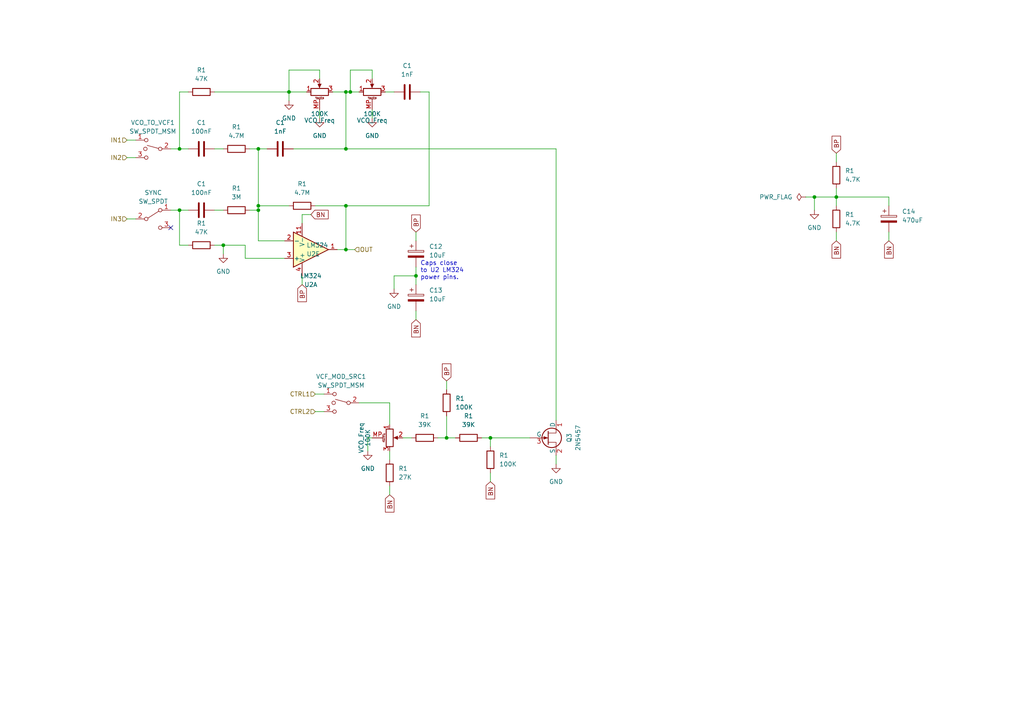
<source format=kicad_sch>
(kicad_sch (version 20230121) (generator eeschema)
  (paper "A4")
  (lib_symbols
    (symbol "Amplifier_Operational:LM324" (pin_names (offset 0.127))
      (property "Reference" "U" (at 0 5.08 0))
      (property "Value" "LM324" (at 0 -5.08 0))
      (symbol "LM324_1_1"
        (polyline (pts (xy -5.08 5.08) (xy 5.08 0) (xy -5.08 -5.08) (xy -5.08 5.08)) (stroke (width 0.254)) (fill (type background)))
        (pin output line (at 7.62 0 180) (length 2.54) (name "~") (number "1"))
        (pin input line (at -7.62 -2.54 0) (length 2.54) (name "-") (number "2"))
        (pin input line (at -7.62 2.54 0) (length 2.54) (name "+") (number "3"))
      )
      (symbol "LM324_2_1"
        (polyline (pts (xy -5.08 5.08) (xy 5.08 0) (xy -5.08 -5.08) (xy -5.08 5.08)) (stroke (width 0.254)) (fill (type background)))
        (pin input line (at -7.62 2.54 0) (length 2.54) (name "+") (number "5"))
        (pin input line (at -7.62 -2.54 0) (length 2.54) (name "-") (number "6"))
        (pin output line (at 7.62 0 180) (length 2.54) (name "~") (number "7"))
      )
      (symbol "LM324_3_1"
        (polyline (pts (xy -5.08 5.08) (xy 5.08 0) (xy -5.08 -5.08) (xy -5.08 5.08)) (stroke (width 0.254)) (fill (type background)))
        (pin input line (at -7.62 2.54 0) (length 2.54) (name "+") (number "10"))
        (pin output line (at 7.62 0 180) (length 2.54) (name "~") (number "8"))
        (pin input line (at -7.62 -2.54 0) (length 2.54) (name "-") (number "9"))
      )
      (symbol "LM324_4_1"
        (polyline (pts (xy -5.08 5.08) (xy 5.08 0) (xy -5.08 -5.08) (xy -5.08 5.08)) (stroke (width 0.254)) (fill (type background)))
        (pin input line (at -7.62 2.54 0) (length 2.54) (name "+") (number "12"))
        (pin input line (at -7.62 -2.54 0) (length 2.54) (name "-") (number "13"))
        (pin output line (at 7.62 0 180) (length 2.54) (name "~") (number "14"))
      )
      (symbol "LM324_5_1"
        (pin power_in line (at -2.54 -7.62 90) (length 3.81) (name "V-") (number "11"))
        (pin power_in line (at -2.54 7.62 270) (length 3.81) (name "V+") (number "4"))
      )
    )
    (symbol "Device:C" (pin_numbers hide) (pin_names (offset 0.254))
      (property "Reference" "C" (at 0.635 2.54 0))
      (property "Value" "C" (at 0.635 -2.54 0))
      (symbol "C_0_1"
        (polyline (pts (xy -2.032 -0.762) (xy 2.032 -0.762)) (stroke (width 0.508)))
        (polyline (pts (xy -2.032 0.762) (xy 2.032 0.762)) (stroke (width 0.508)))
      )
      (symbol "C_1_1"
        (pin passive line (at 0 3.81 270) (length 2.794) (name "~") (number "1"))
        (pin passive line (at 0 -3.81 90) (length 2.794) (name "~") (number "2"))
      )
    )
    (symbol "Device:C_Polarized" (pin_numbers hide) (pin_names (offset 0.254))
      (property "Reference" "C" (at 0.635 2.54 0))
      (property "Value" "C_Polarized" (at 0.635 -2.54 0))
      (symbol "C_Polarized_0_1"
        (rectangle (start -2.286 0.508) (end 2.286 1.016))
        (polyline (pts (xy -1.778 2.286) (xy -0.762 2.286)))
        (polyline (pts (xy -1.27 2.794) (xy -1.27 1.778)))
        (rectangle (start 2.286 -0.508) (end -2.286 -1.016) (fill (type outline)))
      )
      (symbol "C_Polarized_1_1"
        (pin passive line (at 0 3.81 270) (length 2.794) (name "~") (number "1"))
        (pin passive line (at 0 -3.81 90) (length 2.794) (name "~") (number "2"))
      )
    )
    (symbol "Device:Q_NJFET_DSG" (pin_names (offset 0))
      (property "Reference" "Q" (at 5.08 1.27 0))
      (property "Value" "Q_NJFET_DSG" (at 5.08 -1.27 0))
      (symbol "Q_NJFET_DSG_0_1"
        (polyline (pts (xy 0.254 1.905) (xy 0.254 -1.905) (xy 0.254 -1.905)) (stroke (width 0.254)))
        (polyline (pts (xy 2.54 -2.54) (xy 2.54 -1.27) (xy 0.254 -1.27)))
        (polyline (pts (xy 2.54 2.54) (xy 2.54 1.397) (xy 0.254 1.397)))
        (polyline (pts (xy 0 0) (xy -1.016 0.381) (xy -1.016 -0.381) (xy 0 0)) (fill (type outline)))
        (circle (center 1.27 0) (radius 2.8194) (stroke (width 0.254)))
      )
      (symbol "Q_NJFET_DSG_1_1"
        (pin passive line (at 2.54 5.08 270) (length 2.54) (name "D") (number "1"))
        (pin passive line (at 2.54 -5.08 90) (length 2.54) (name "S") (number "2"))
        (pin input line (at -5.08 0 0) (length 5.334) (name "G") (number "3"))
      )
    )
    (symbol "Device:R" (pin_numbers hide) (pin_names (offset 0))
      (property "Reference" "R" (at 2.032 0 90))
      (property "Value" "R" (at 0 0 90))
      (symbol "R_0_1"
        (rectangle (start -1.016 -2.54) (end 1.016 2.54) (stroke (width 0.254)))
      )
      (symbol "R_1_1"
        (pin passive line (at 0 3.81 270) (length 1.27) (name "~") (number "1"))
        (pin passive line (at 0 -3.81 90) (length 1.27) (name "~") (number "2"))
      )
    )
    (symbol "Device:R_Potentiometer_MountingPin" (pin_names (offset 1.016) hide)
      (property "Reference" "RV" (at -8.255 0 90))
      (property "Value" "R_Potentiometer_MountingPin" (at -6.35 0 90))
      (symbol "R_Potentiometer_MountingPin_0_1"
        (polyline (pts (xy 2.54 0) (xy 1.524 0)))
        (polyline (pts (xy 1.143 0) (xy 2.286 0.508) (xy 2.286 -0.508)) (fill (type outline)))
        (rectangle (start 1.016 2.54) (end -1.016 -2.54) (stroke (width 0.254)))
      )
      (symbol "R_Potentiometer_MountingPin_1_1"
        (polyline (pts (xy -2.032 1.016) (xy -2.032 -1.016)) (stroke (width 0.1524)))
        (text "Mounting" (at -1.651 0 900) (effects (font (size 0.381 0.381))))
        (pin passive line (at 0 3.81 270) (length 1.27) (name "1") (number "1"))
        (pin passive line (at 3.81 0 180) (length 1.27) (name "2") (number "2"))
        (pin passive line (at 0 -3.81 90) (length 1.27) (name "3") (number "3"))
        (pin passive line (at -5.08 0 0) (length 3.048) (name "MountPin") (number "MP"))
      )
    )
    (symbol "Switch:SW_SPDT" (pin_names (offset 0) hide)
      (property "Reference" "SW" (at 0 4.318 0))
      (property "Value" "SW_SPDT" (at 0 -5.08 0))
      (symbol "SW_SPDT_0_0"
        (circle (center -2.032 0) (radius 0.508))
        (circle (center 2.032 -2.54) (radius 0.508))
      )
      (symbol "SW_SPDT_0_1"
        (polyline (pts (xy -1.524 0.254) (xy 1.651 2.286)))
        (circle (center 2.032 2.54) (radius 0.508))
      )
      (symbol "SW_SPDT_1_1"
        (pin passive line (at 5.08 2.54 180) (length 2.54) (name "A") (number "1"))
        (pin passive line (at -5.08 0 0) (length 2.54) (name "B") (number "2"))
        (pin passive line (at 5.08 -2.54 180) (length 2.54) (name "C") (number "3"))
      )
    )
    (symbol "Switch:SW_SPDT_MSM" (pin_names (offset 0) hide)
      (property "Reference" "SW" (at 0 5.08 0))
      (property "Value" "SW_SPDT_MSM" (at 0 -5.08 0))
      (symbol "SW_SPDT_MSM_0_0"
        (circle (center -2.032 0) (radius 0.508))
        (polyline (pts (xy -1.524 0.127) (xy 1.778 1.016)))
        (circle (center 2.032 -2.54) (radius 0.508))
      )
      (symbol "SW_SPDT_MSM_0_1"
        (circle (center 2.032 2.54) (radius 0.508))
        (circle (center 2.286 0) (radius 0.508))
      )
      (symbol "SW_SPDT_MSM_1_1"
        (pin passive line (at 5.08 2.54 180) (length 2.54) (name "1") (number "1"))
        (pin passive line (at -5.08 0 0) (length 2.54) (name "2") (number "2"))
        (pin passive line (at 5.08 -2.54 180) (length 2.54) (name "3") (number "3"))
      )
    )
    (symbol "power:GND" (power) (pin_names (offset 0))
      (property "Value" "GND" (at 0 -3.81 0))
      (symbol "GND_0_1"
        (polyline (pts (xy 0 0) (xy 0 -1.27) (xy 1.27 -1.27) (xy 0 -2.54) (xy -1.27 -1.27) (xy 0 -1.27)))
      )
      (symbol "GND_1_1"
        (pin power_in line (at 0 0 270) (length 0) hide (name "GND") (number "1"))
      )
    )
    (symbol "power:PWR_FLAG" (power) (pin_numbers hide) (pin_names (offset 0) hide)
      (property "Value" "PWR_FLAG" (at 0 3.81 0))
      (symbol "PWR_FLAG_0_0"
        (pin power_out line (at 0 0 90) (length 0) (name "pwr") (number "1"))
      )
      (symbol "PWR_FLAG_0_1"
        (polyline (pts (xy 0 0) (xy 0 1.27) (xy -1.016 1.905) (xy 0 2.54) (xy 1.016 1.905) (xy 0 1.27)))
      )
    )
  )
  (junction (at 100.33 43.18))
  (junction (at 74.93 59.69))
  (junction (at 64.77 71.12))
  (junction (at 52.07 43.18))
  (junction (at 129.54 127))
  (junction (at 74.93 43.18))
  (junction (at 83.82 26.67))
  (junction (at 100.33 26.67))
  (junction (at 242.57 57.15))
  (junction (at 100.33 72.39))
  (junction (at 52.07 60.96))
  (junction (at 101.6 26.67))
  (junction (at 74.93 60.96))
  (junction (at 142.24 127))
  (junction (at 236.22 57.15))
  (junction (at 120.65 80.01))
  (junction (at 100.33 59.69))
  (no_connect (at 49.53 66.04))
  (wire (pts (xy 120.65 90.17) (xy 120.65 92.71)))
  (wire (pts (xy 52.07 43.18) (xy 54.61 43.18)))
  (wire (pts (xy 100.33 26.67) (xy 101.6 26.67)))
  (wire (pts (xy 120.65 80.01) (xy 120.65 82.55)))
  (wire (pts (xy 124.46 26.67) (xy 124.46 59.69)))
  (wire (pts (xy 107.95 31.75) (xy 107.95 34.29)))
  (wire (pts (xy 64.77 71.12) (xy 71.12 71.12)))
  (wire (pts (xy 100.33 72.39) (xy 102.87 72.39)))
  (wire (pts (xy 91.44 119.38) (xy 93.98 119.38)))
  (wire (pts (xy 101.6 26.67) (xy 104.14 26.67)))
  (wire (pts (xy 52.07 60.96) (xy 52.07 71.12)))
  (wire (pts (xy 161.29 121.92) (xy 161.29 43.18)))
  (wire (pts (xy 92.71 22.86) (xy 92.71 20.32)))
  (wire (pts (xy 129.54 127) (xy 132.08 127)))
  (wire (pts (xy 129.54 127) (xy 129.54 120.65)))
  (wire (pts (xy 54.61 26.67) (xy 52.07 26.67)))
  (wire (pts (xy 113.03 140.97) (xy 113.03 143.51)))
  (wire (pts (xy 83.82 26.67) (xy 83.82 29.21)))
  (wire (pts (xy 91.44 59.69) (xy 100.33 59.69)))
  (wire (pts (xy 111.76 26.67) (xy 114.3 26.67)))
  (wire (pts (xy 107.95 20.32) (xy 107.95 22.86)))
  (wire (pts (xy 100.33 72.39) (xy 97.79 72.39)))
  (wire (pts (xy 92.71 20.32) (xy 83.82 20.32)))
  (wire (pts (xy 142.24 127) (xy 142.24 129.54)))
  (wire (pts (xy 36.83 63.5) (xy 39.37 63.5)))
  (wire (pts (xy 236.22 57.15) (xy 242.57 57.15)))
  (wire (pts (xy 124.46 59.69) (xy 100.33 59.69)))
  (wire (pts (xy 142.24 137.16) (xy 142.24 139.7)))
  (wire (pts (xy 87.63 80.01) (xy 87.63 82.55)))
  (wire (pts (xy 107.95 20.32) (xy 101.6 20.32)))
  (wire (pts (xy 72.39 43.18) (xy 74.93 43.18)))
  (wire (pts (xy 129.54 110.49) (xy 129.54 113.03)))
  (wire (pts (xy 90.17 62.23) (xy 87.63 62.23)))
  (wire (pts (xy 100.33 43.18) (xy 100.33 26.67)))
  (wire (pts (xy 36.83 45.72) (xy 39.37 45.72)))
  (wire (pts (xy 62.23 71.12) (xy 64.77 71.12)))
  (wire (pts (xy 71.12 74.93) (xy 82.55 74.93)))
  (wire (pts (xy 113.03 116.84) (xy 113.03 123.19)))
  (wire (pts (xy 92.71 31.75) (xy 92.71 34.29)))
  (wire (pts (xy 233.68 57.15) (xy 236.22 57.15)))
  (wire (pts (xy 106.68 127) (xy 106.68 130.81)))
  (wire (pts (xy 88.9 26.67) (xy 83.82 26.67)))
  (wire (pts (xy 257.81 67.31) (xy 257.81 69.85)))
  (wire (pts (xy 257.81 59.69) (xy 257.81 57.15)))
  (wire (pts (xy 74.93 59.69) (xy 83.82 59.69)))
  (wire (pts (xy 36.83 40.64) (xy 39.37 40.64)))
  (wire (pts (xy 161.29 43.18) (xy 100.33 43.18)))
  (wire (pts (xy 242.57 54.61) (xy 242.57 57.15)))
  (wire (pts (xy 242.57 67.31) (xy 242.57 69.85)))
  (wire (pts (xy 120.65 77.47) (xy 120.65 80.01)))
  (wire (pts (xy 54.61 71.12) (xy 52.07 71.12)))
  (wire (pts (xy 257.81 57.15) (xy 242.57 57.15)))
  (wire (pts (xy 74.93 43.18) (xy 74.93 59.69)))
  (wire (pts (xy 91.44 114.3) (xy 93.98 114.3)))
  (wire (pts (xy 100.33 59.69) (xy 100.33 72.39)))
  (wire (pts (xy 52.07 26.67) (xy 52.07 43.18)))
  (wire (pts (xy 114.3 83.82) (xy 114.3 80.01)))
  (wire (pts (xy 120.65 67.31) (xy 120.65 69.85)))
  (wire (pts (xy 62.23 60.96) (xy 64.77 60.96)))
  (wire (pts (xy 104.14 116.84) (xy 113.03 116.84)))
  (wire (pts (xy 62.23 26.67) (xy 83.82 26.67)))
  (wire (pts (xy 127 127) (xy 129.54 127)))
  (wire (pts (xy 114.3 80.01) (xy 120.65 80.01)))
  (wire (pts (xy 142.24 127) (xy 153.67 127)))
  (wire (pts (xy 121.92 26.67) (xy 124.46 26.67)))
  (wire (pts (xy 64.77 71.12) (xy 64.77 73.66)))
  (wire (pts (xy 74.93 43.18) (xy 77.47 43.18)))
  (wire (pts (xy 52.07 60.96) (xy 54.61 60.96)))
  (wire (pts (xy 139.7 127) (xy 142.24 127)))
  (wire (pts (xy 82.55 69.85) (xy 74.93 69.85)))
  (wire (pts (xy 74.93 60.96) (xy 72.39 60.96)))
  (wire (pts (xy 62.23 43.18) (xy 64.77 43.18)))
  (wire (pts (xy 107.95 127) (xy 106.68 127)))
  (wire (pts (xy 161.29 132.08) (xy 161.29 134.62)))
  (wire (pts (xy 87.63 62.23) (xy 87.63 64.77)))
  (wire (pts (xy 236.22 60.96) (xy 236.22 57.15)))
  (wire (pts (xy 74.93 59.69) (xy 74.93 60.96)))
  (wire (pts (xy 96.52 26.67) (xy 100.33 26.67)))
  (wire (pts (xy 101.6 20.32) (xy 101.6 26.67)))
  (wire (pts (xy 116.84 127) (xy 119.38 127)))
  (wire (pts (xy 113.03 130.81) (xy 113.03 133.35)))
  (wire (pts (xy 242.57 57.15) (xy 242.57 59.69)))
  (wire (pts (xy 85.09 43.18) (xy 100.33 43.18)))
  (wire (pts (xy 242.57 44.45) (xy 242.57 46.99)))
  (wire (pts (xy 74.93 69.85) (xy 74.93 60.96)))
  (wire (pts (xy 52.07 43.18) (xy 49.53 43.18)))
  (wire (pts (xy 49.53 60.96) (xy 52.07 60.96)))
  (wire (pts (xy 83.82 20.32) (xy 83.82 26.67)))
  (wire (pts (xy 71.12 71.12) (xy 71.12 74.93)))
  (text "Caps close\nto U2 LM324\npower pins." (at 121.92 81.28 0) (effects (font (size 1.27 1.27)) (justify left bottom)))
  (global_label "BN" (shape input) (at 90.17 62.23 0) (property "Intersheetrefs" "${INTERSHEET_REFS}" (effects hide)))
  (global_label "BP" (shape input) (at 242.57 44.45 90) (property "Intersheetrefs" "${INTERSHEET_REFS}" (effects hide)))
  (global_label "BN" (shape input) (at 257.81 69.85 270) (property "Intersheetrefs" "${INTERSHEET_REFS}" (effects hide)))
  (global_label "BN" (shape input) (at 242.57 69.85 270) (property "Intersheetrefs" "${INTERSHEET_REFS}" (effects hide)))
  (global_label "BN" (shape input) (at 142.24 139.7 270) (property "Intersheetrefs" "${INTERSHEET_REFS}" (effects hide)))
  (global_label "BN" (shape input) (at 120.65 92.71 270) (property "Intersheetrefs" "${INTERSHEET_REFS}" (effects hide)))
  (global_label "BP" (shape input) (at 120.65 67.31 90) (property "Intersheetrefs" "${INTERSHEET_REFS}" (effects hide)))
  (global_label "BP" (shape input) (at 129.54 110.49 90) (property "Intersheetrefs" "${INTERSHEET_REFS}" (effects hide)))
  (global_label "BP" (shape input) (at 87.63 82.55 270) (property "Intersheetrefs" "${INTERSHEET_REFS}" (effects hide)))
  (global_label "BN" (shape input) (at 113.03 143.51 270) (property "Intersheetrefs" "${INTERSHEET_REFS}" (effects hide)))
  (hierarchical_label "IN3" (shape input) (at 36.83 63.5 180))
  (hierarchical_label "IN2" (shape input) (at 36.83 45.72 180))
  (hierarchical_label "CTRL1" (shape input) (at 91.44 114.3 180))
  (hierarchical_label "CTRL2" (shape input) (at 91.44 119.38 180))
  (hierarchical_label "IN1" (shape input) (at 36.83 40.64 180))
  (hierarchical_label "OUT" (shape input) (at 102.87 72.39 0))
  (symbol (lib_id "Device:C_Polarized") (at 257.81 63.5 0) (unit 1)
    (property "Reference" "C14" (at 261.62 61.341 0) (effects (justify left)))
    (property "Value" "470uF" (at 261.62 63.881 0) (effects (justify left)))
    (property "Footprint" "Capacitor_THT:CP_Radial_D8.0mm_P2.50mm" (effects hide))
  )
  (symbol (lib_id "Device:R") (at 123.19 127 90) (unit 1)
    (property "Reference" "R1" (at 123.19 120.65 90))
    (property "Value" "39K" (at 123.19 123.19 90))
    (property "Footprint" "Library:R_Axial_DIN0207_L6.3mm_D2.5mm_P7.62mm_Horizontal" (effects hide))
    (instances (project "Noise Toaster" (path "" (reference "R1") (unit 1)) (path "" (reference "R27") (unit 1))))
  )
  (symbol (lib_id "Device:R") (at 129.54 116.84 180) (unit 1)
    (property "Reference" "R1" (at 132.08 115.57 0) (effects (justify right)))
    (property "Value" "100K" (at 132.08 118.11 0) (effects (justify right)))
    (property "Footprint" "Library:R_Axial_DIN0207_L6.3mm_D2.5mm_P7.62mm_Horizontal" (effects hide))
    (instances (project "Noise Toaster" (path "" (reference "R1") (unit 1)) (path "" (reference "R28") (unit 1))))
  )
  (symbol (lib_id "Device:R") (at 113.03 137.16 180) (unit 1)
    (property "Reference" "R1" (at 115.57 135.89 0) (effects (justify right)))
    (property "Value" "27K" (at 115.57 138.43 0) (effects (justify right)))
    (property "Footprint" "Library:R_Axial_DIN0207_L6.3mm_D2.5mm_P7.62mm_Horizontal" (effects hide))
    (instances (project "Noise Toaster" (path "" (reference "R1") (unit 1)) (path "" (reference "R26") (unit 1))))
  )
  (symbol (lib_id "Device:C_Polarized") (at 120.65 73.66 0) (unit 1)
    (property "Reference" "C12" (at 124.46 71.501 0) (effects (justify left)))
    (property "Value" "10uF" (at 124.46 74.041 0) (effects (justify left)))
    (property "Footprint" "Capacitor_THT:CP_Radial_D5.0mm_P2.50mm" (effects hide))
  )
  (symbol (lib_id "Device:R") (at 68.58 60.96 90) (unit 1)
    (property "Reference" "R1" (at 68.58 54.61 90))
    (property "Value" "3M" (at 68.58 57.15 90))
    (property "Footprint" "Library:R_Axial_DIN0207_L6.3mm_D2.5mm_P7.62mm_Horizontal" (effects hide))
    (instances (project "Noise Toaster" (path "" (reference "R1") (unit 1)) (path "" (reference "R24") (unit 1))))
  )
  (symbol (lib_id "Device:R") (at 87.63 59.69 90) (unit 1)
    (property "Reference" "R1" (at 87.63 53.34 90))
    (property "Value" "4.7M" (at 87.63 55.88 90))
    (property "Footprint" "Library:R_Axial_DIN0207_L6.3mm_D2.5mm_P7.62mm_Horizontal" (effects hide))
    (instances (project "Noise Toaster" (path "" (reference "R1") (unit 1)) (path "" (reference "R25") (unit 1))))
  )
  (symbol (lib_id "Device:R") (at 242.57 63.5 180) (unit 1)
    (property "Reference" "R1" (at 245.11 62.23 0) (effects (justify right)))
    (property "Value" "4.7K" (at 245.11 64.77 0) (effects (justify right)))
    (property "Footprint" "Library:R_Axial_DIN0207_L6.3mm_D2.5mm_P7.62mm_Horizontal" (effects hide))
    (instances (project "Noise Toaster" (path "" (reference "R1") (unit 1)) (path "" (reference "R32") (unit 1))))
  )
  (symbol (lib_id "Device:R_Potentiometer_MountingPin") (at 107.95 26.67 90) (unit 1)
    (property "Reference" "VCO_Freq" (at 107.95 34.925 90))
    (property "Value" "100K" (at 107.95 33.02 90))
    (property "Footprint" "Library:Potentiometer_Bourns_PTV09A-1_Single_Vertical" (effects hide))
    (instances (project "Noise Toaster" (path "" (reference "VCO_Freq") (unit 1)) (path "" (reference "RESONANCE1") (unit 1))))
  )
  (symbol (lib_id "Device:C") (at 58.42 43.18 90) (unit 1)
    (property "Reference" "C1" (at 58.42 35.56 90))
    (property "Value" "100nF" (at 58.42 38.1 90))
    (property "Footprint" "Capacitor_THT:C_Disc_D3.0mm_W2.0mm_P2.50mm" (effects hide))
    (instances (project "Noise Toaster" (path "" (reference "C1") (unit 1)) (path "" (reference "C8") (unit 1))))
  )
  (symbol (lib_id "Switch:SW_SPDT_MSM") (at 99.06 116.84 0) (mirror y) (unit 1)
    (property "Reference" "VCF_MOD_SRC1" (at 98.933 109.22 0))
    (property "Value" "SW_SPDT_MSM" (at 98.933 111.76 0))
    (property "Footprint" "benjiaomodular:ToggleSwitch_MTS-102_SPDT" (effects hide))
  )
  (symbol (lib_id "Amplifier_Operational:LM324") (at 90.17 72.39 0) (mirror x) (unit 5)
    (property "Reference" "U2" (at 88.9 73.66 0) (effects (justify left)))
    (property "Value" "LM324" (at 88.9 71.12 0) (effects (justify left)))
    (property "Footprint" "Package_DIP:DIP-14_W7.62mm_Socket_LongPads" (effects hide))
    (property "Datasheet" "http://www.ti.com/lit/ds/symlink/lm2902-n.pdf" (effects hide))
  )
  (symbol (lib_id "Device:R_Potentiometer_MountingPin") (at 113.03 127 0) (unit 1)
    (property "Reference" "VCO_Freq" (at 104.775 127 90))
    (property "Value" "100K" (at 106.68 127 90))
    (property "Footprint" "Library:Potentiometer_Bourns_PTV09A-1_Single_Vertical" (effects hide))
    (instances (project "Noise Toaster" (path "" (reference "VCO_Freq") (unit 1)) (path "" (reference "VCF_MOD_DEPTH1") (unit 1))))
  )
  (symbol (lib_id "Device:R") (at 58.42 26.67 90) (unit 1)
    (property "Reference" "R1" (at 58.42 20.32 90))
    (property "Value" "47K" (at 58.42 22.86 90))
    (property "Footprint" "Library:R_Axial_DIN0207_L6.3mm_D2.5mm_P7.62mm_Horizontal" (effects hide))
    (instances (project "Noise Toaster" (path "" (reference "R1") (unit 1)) (path "" (reference "R21") (unit 1))))
  )
  (symbol (lib_id "Switch:SW_SPDT_MSM") (at 44.45 43.18 0) (mirror y) (unit 1)
    (property "Reference" "VCO_TO_VCF1" (at 44.323 35.56 0))
    (property "Value" "SW_SPDT_MSM" (at 44.323 38.1 0))
    (property "Footprint" "benjiaomodular:ToggleSwitch_MTS-102_SPDT" (effects hide))
  )
  (symbol (lib_id "Device:R") (at 242.57 50.8 180) (unit 1)
    (property "Reference" "R1" (at 245.11 49.53 0) (effects (justify right)))
    (property "Value" "4.7K" (at 245.11 52.07 0) (effects (justify right)))
    (property "Footprint" "Library:R_Axial_DIN0207_L6.3mm_D2.5mm_P7.62mm_Horizontal" (effects hide))
    (instances (project "Noise Toaster" (path "" (reference "R1") (unit 1)) (path "" (reference "R31") (unit 1))))
  )
  (symbol (lib_id "Device:C") (at 118.11 26.67 90) (unit 1)
    (property "Reference" "C1" (at 118.11 19.05 90))
    (property "Value" "1nF" (at 118.11 21.59 90))
    (property "Footprint" "Capacitor_THT:C_Disc_D3.0mm_W2.0mm_P2.50mm" (effects hide))
    (instances (project "Noise Toaster" (path "" (reference "C1") (unit 1)) (path "" (reference "C11") (unit 1))))
  )
  (symbol (lib_id "power:GND") (at 83.82 29.21 0) (unit 1)
    (property "Reference" "#PWR03" (effects hide))
    (property "Value" "GND" (at 83.82 34.29 0))
    (instances (project "Noise Toaster" (path "" (reference "#PWR03") (unit 1)) (path "" (reference "#PWR07") (unit 1))))
  )
  (symbol (lib_id "Device:R_Potentiometer_MountingPin") (at 92.71 26.67 90) (unit 1)
    (property "Reference" "VCO_Freq" (at 92.71 34.925 90))
    (property "Value" "100K" (at 92.71 33.02 90))
    (property "Footprint" "Library:Potentiometer_Bourns_PTV09A-1_Single_Vertical" (effects hide))
    (instances (project "Noise Toaster" (path "" (reference "VCO_Freq") (unit 1)) (path "" (reference "CUT_OFF1") (unit 1))))
  )
  (symbol (lib_id "power:GND") (at 64.77 73.66 0) (unit 1)
    (property "Reference" "#PWR03" (effects hide))
    (property "Value" "GND" (at 64.77 78.74 0))
    (instances (project "Noise Toaster" (path "" (reference "#PWR03") (unit 1)) (path "" (reference "#PWR06") (unit 1))))
  )
  (symbol (lib_id "Device:R") (at 68.58 43.18 90) (unit 1)
    (property "Reference" "R1" (at 68.58 36.83 90))
    (property "Value" "4.7M" (at 68.58 39.37 90))
    (property "Footprint" "Library:R_Axial_DIN0207_L6.3mm_D2.5mm_P7.62mm_Horizontal" (effects hide))
    (instances (project "Noise Toaster" (path "" (reference "R1") (unit 1)) (path "" (reference "R23") (unit 1))))
  )
  (symbol (lib_id "power:GND") (at 107.95 34.29 0) (unit 1)
    (property "Reference" "#PWR03" (effects hide))
    (property "Value" "GND" (at 107.95 39.37 0))
    (instances (project "Noise Toaster" (path "" (reference "#PWR03") (unit 1)) (path "" (reference "#PWR010") (unit 1))))
  )
  (symbol (lib_id "power:GND") (at 161.29 134.62 0) (unit 1)
    (property "Reference" "#PWR03" (effects hide))
    (property "Value" "GND" (at 161.29 139.7 0))
    (instances (project "Noise Toaster" (path "" (reference "#PWR03") (unit 1)) (path "" (reference "#PWR012") (unit 1))))
  )
  (symbol (lib_id "power:GND") (at 236.22 60.96 0) (unit 1)
    (property "Reference" "#PWR03" (effects hide))
    (property "Value" "GND" (at 236.22 66.04 0))
    (instances (project "Noise Toaster" (path "" (reference "#PWR03") (unit 1)) (path "" (reference "#PWR013") (unit 1))))
  )
  (symbol (lib_id "Device:R") (at 142.24 133.35 180) (unit 1)
    (property "Reference" "R1" (at 144.78 132.08 0) (effects (justify right)))
    (property "Value" "100K" (at 144.78 134.62 0) (effects (justify right)))
    (property "Footprint" "Library:R_Axial_DIN0207_L6.3mm_D2.5mm_P7.62mm_Horizontal" (effects hide))
    (instances (project "Noise Toaster" (path "" (reference "R1") (unit 1)) (path "" (reference "R30") (unit 1))))
  )
  (symbol (lib_id "Device:C") (at 58.42 60.96 90) (unit 1)
    (property "Reference" "C1" (at 58.42 53.34 90))
    (property "Value" "100nF" (at 58.42 55.88 90))
    (property "Footprint" "Capacitor_THT:C_Disc_D3.0mm_W2.0mm_P2.50mm" (effects hide))
    (instances (project "Noise Toaster" (path "" (reference "C1") (unit 1)) (path "" (reference "C9") (unit 1))))
  )
  (symbol (lib_id "Device:Q_NJFET_DSG") (at 158.75 127 0) (unit 1)
    (property "Reference" "Q3" (at 165.1 127 90))
    (property "Value" "2N5457" (at 167.64 127 90))
    (property "Footprint" "Package_TO_SOT_THT:TO-92_HandSolder" (effects hide))
    (instances (project "Alien Screamer" (path "" (reference "Q3") (unit 1))) (project "Noise Toaster" (path "" (reference "Q3") (unit 1)) (path "" (reference "Q4") (unit 1))))
  )
  (symbol (lib_id "Device:R") (at 135.89 127 90) (unit 1)
    (property "Reference" "R1" (at 135.89 120.65 90))
    (property "Value" "39K" (at 135.89 123.19 90))
    (property "Footprint" "Library:R_Axial_DIN0207_L6.3mm_D2.5mm_P7.62mm_Horizontal" (effects hide))
    (instances (project "Noise Toaster" (path "" (reference "R1") (unit 1)) (path "" (reference "R29") (unit 1))))
  )
  (symbol (lib_id "power:GND") (at 106.68 130.81 0) (unit 1)
    (property "Reference" "#PWR03" (effects hide))
    (property "Value" "GND" (at 106.68 135.89 0))
    (instances (project "Noise Toaster" (path "" (reference "#PWR03") (unit 1)) (path "" (reference "#PWR09") (unit 1))))
  )
  (symbol (lib_id "power:GND") (at 114.3 83.82 0) (unit 1)
    (property "Reference" "#PWR03" (effects hide))
    (property "Value" "GND" (at 114.3 88.9 0))
    (instances (project "Noise Toaster" (path "" (reference "#PWR03") (unit 1)) (path "" (reference "#PWR011") (unit 1))))
  )
  (symbol (lib_id "Device:C_Polarized") (at 120.65 86.36 0) (unit 1)
    (property "Reference" "C13" (at 124.46 84.201 0) (effects (justify left)))
    (property "Value" "10uF" (at 124.46 86.741 0) (effects (justify left)))
    (property "Footprint" "Capacitor_THT:CP_Radial_D5.0mm_P2.50mm" (effects hide))
  )
  (symbol (lib_id "Device:R") (at 58.42 71.12 90) (unit 1)
    (property "Reference" "R1" (at 58.42 64.77 90))
    (property "Value" "47K" (at 58.42 67.31 90))
    (property "Footprint" "Library:R_Axial_DIN0207_L6.3mm_D2.5mm_P7.62mm_Horizontal" (effects hide))
    (instances (project "Noise Toaster" (path "" (reference "R1") (unit 1)) (path "" (reference "R22") (unit 1))))
  )
  (symbol (lib_id "Device:C") (at 81.28 43.18 90) (unit 1)
    (property "Reference" "C1" (at 81.28 35.56 90))
    (property "Value" "1nF" (at 81.28 38.1 90))
    (property "Footprint" "Capacitor_THT:C_Disc_D3.0mm_W2.0mm_P2.50mm" (effects hide))
    (instances (project "Noise Toaster" (path "" (reference "C1") (unit 1)) (path "" (reference "C10") (unit 1))))
  )
  (symbol (lib_id "power:GND") (at 92.71 34.29 0) (unit 1)
    (property "Reference" "#PWR03" (effects hide))
    (property "Value" "GND" (at 92.71 39.37 0))
    (instances (project "Noise Toaster" (path "" (reference "#PWR03") (unit 1)) (path "" (reference "#PWR08") (unit 1))))
  )
  (symbol (lib_id "power:PWR_FLAG") (at 233.68 57.15 90) (unit 1)
    (property "Reference" "#FLG03" (effects hide))
    (property "Value" "PWR_FLAG" (at 229.87 57.15 90) (effects (justify left)))
  )
  (symbol (lib_id "Amplifier_Operational:LM324") (at 90.17 72.39 0) (mirror x) (unit 1)
    (property "Reference" "U2" (at 90.17 82.55 0))
    (property "Value" "LM324" (at 90.17 80.01 0))
    (property "Footprint" "Package_DIP:DIP-14_W7.62mm_Socket_LongPads" (effects hide))
    (property "Datasheet" "http://www.ti.com/lit/ds/symlink/lm2902-n.pdf" (effects hide))
  )
  (symbol (lib_id "Switch:SW_SPDT") (at 44.45 63.5 0) (unit 1)
    (property "Reference" "SYNC" (at 44.45 55.88 0))
    (property "Value" "SW_SPDT" (at 44.45 58.42 0))
    (property "Footprint" "benjiaomodular:ToggleSwitch_MTS-102_SPDT" (effects hide))
    (instances (project "Noise Toaster" (path "" (reference "SYNC") (unit 1)) (path "" (reference "NOISE_TO_VCF1") (unit 1))))
  )
)
</source>
